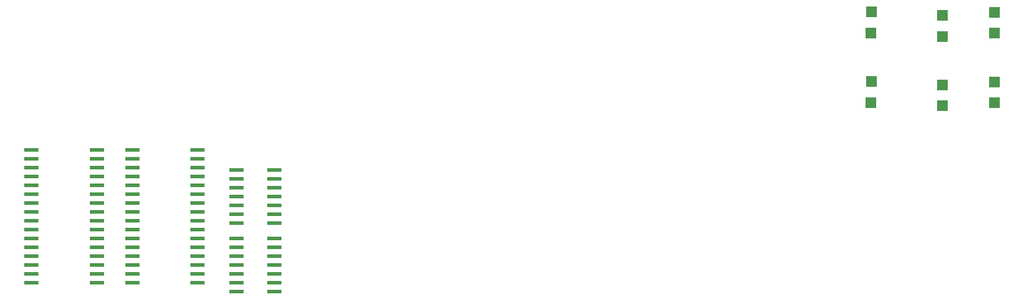
<source format=gbr>
%FSLAX34Y34*%
%MOMM*%
%LNSMDMASK_TOP*%
G71*
G01*
%ADD10R, 2.00X0.60*%
%ADD11R, 1.50X1.50*%
%LPD*%
X332581Y-133190D02*
G54D10*
D03*
X332581Y-145890D02*
G54D10*
D03*
X332581Y-158590D02*
G54D10*
D03*
X332581Y-171290D02*
G54D10*
D03*
X332581Y-183990D02*
G54D10*
D03*
X332581Y-196690D02*
G54D10*
D03*
X332581Y-209390D02*
G54D10*
D03*
X332581Y-222090D02*
G54D10*
D03*
X332581Y-234790D02*
G54D10*
D03*
X332581Y-247490D02*
G54D10*
D03*
X332581Y-260190D02*
G54D10*
D03*
X332581Y-272890D02*
G54D10*
D03*
X332581Y-285590D02*
G54D10*
D03*
X332581Y-298290D02*
G54D10*
D03*
X332581Y-310990D02*
G54D10*
D03*
X332581Y-323690D02*
G54D10*
D03*
X426244Y-323690D02*
G54D10*
D03*
X426244Y-310990D02*
G54D10*
D03*
X426244Y-298290D02*
G54D10*
D03*
X426244Y-285590D02*
G54D10*
D03*
X426244Y-272890D02*
G54D10*
D03*
X426244Y-260190D02*
G54D10*
D03*
X426244Y-247490D02*
G54D10*
D03*
X426244Y-234790D02*
G54D10*
D03*
X426244Y-222090D02*
G54D10*
D03*
X426244Y-209390D02*
G54D10*
D03*
X426244Y-196690D02*
G54D10*
D03*
X426244Y-183990D02*
G54D10*
D03*
X426244Y-171290D02*
G54D10*
D03*
X426244Y-158590D02*
G54D10*
D03*
X426244Y-145890D02*
G54D10*
D03*
X426244Y-133190D02*
G54D10*
D03*
X477044Y-133190D02*
G54D10*
D03*
X477044Y-145890D02*
G54D10*
D03*
X477044Y-158590D02*
G54D10*
D03*
X477044Y-171290D02*
G54D10*
D03*
X477044Y-183990D02*
G54D10*
D03*
X477044Y-196690D02*
G54D10*
D03*
X477044Y-209390D02*
G54D10*
D03*
X477044Y-222090D02*
G54D10*
D03*
X477044Y-234790D02*
G54D10*
D03*
X477044Y-247490D02*
G54D10*
D03*
X477044Y-260190D02*
G54D10*
D03*
X477044Y-272890D02*
G54D10*
D03*
X477044Y-285590D02*
G54D10*
D03*
X477044Y-298290D02*
G54D10*
D03*
X477044Y-310990D02*
G54D10*
D03*
X477044Y-323690D02*
G54D10*
D03*
X570706Y-323690D02*
G54D10*
D03*
X570706Y-310990D02*
G54D10*
D03*
X570706Y-298290D02*
G54D10*
D03*
X570706Y-285590D02*
G54D10*
D03*
X570706Y-272890D02*
G54D10*
D03*
X570706Y-260190D02*
G54D10*
D03*
X570706Y-247490D02*
G54D10*
D03*
X570706Y-234790D02*
G54D10*
D03*
X570706Y-222090D02*
G54D10*
D03*
X570706Y-209390D02*
G54D10*
D03*
X570706Y-196690D02*
G54D10*
D03*
X570706Y-183990D02*
G54D10*
D03*
X570706Y-171290D02*
G54D10*
D03*
X570706Y-158590D02*
G54D10*
D03*
X570706Y-145890D02*
G54D10*
D03*
X570706Y-133190D02*
G54D10*
D03*
X626269Y-260190D02*
G54D10*
D03*
X626269Y-272890D02*
G54D10*
D03*
X626269Y-285590D02*
G54D10*
D03*
X626269Y-298290D02*
G54D10*
D03*
X626269Y-310990D02*
G54D10*
D03*
X626269Y-323690D02*
G54D10*
D03*
X626269Y-336390D02*
G54D10*
D03*
X680244Y-336390D02*
G54D10*
D03*
X680244Y-323690D02*
G54D10*
D03*
X680244Y-310990D02*
G54D10*
D03*
X680244Y-298290D02*
G54D10*
D03*
X680244Y-285590D02*
G54D10*
D03*
X680244Y-272890D02*
G54D10*
D03*
X680244Y-260190D02*
G54D10*
D03*
X626269Y-161764D02*
G54D10*
D03*
X626269Y-174464D02*
G54D10*
D03*
X626269Y-187164D02*
G54D10*
D03*
X626269Y-199864D02*
G54D10*
D03*
X626269Y-212564D02*
G54D10*
D03*
X626269Y-225264D02*
G54D10*
D03*
X626269Y-237964D02*
G54D10*
D03*
X680244Y-237964D02*
G54D10*
D03*
X680244Y-225264D02*
G54D10*
D03*
X680244Y-212564D02*
G54D10*
D03*
X680244Y-199864D02*
G54D10*
D03*
X680244Y-187164D02*
G54D10*
D03*
X680244Y-174464D02*
G54D10*
D03*
X680244Y-161764D02*
G54D10*
D03*
X1535603Y-34903D02*
G54D11*
D03*
X1535103Y-65403D02*
G54D11*
D03*
X1637103Y-69803D02*
G54D11*
D03*
X1636953Y-39823D02*
G54D11*
D03*
X1711503Y-35403D02*
G54D11*
D03*
X1711503Y-65403D02*
G54D11*
D03*
X1535603Y64897D02*
G54D11*
D03*
X1535103Y34397D02*
G54D11*
D03*
X1637103Y29997D02*
G54D11*
D03*
X1636953Y59977D02*
G54D11*
D03*
X1711503Y64397D02*
G54D11*
D03*
X1711503Y34397D02*
G54D11*
D03*
M02*

</source>
